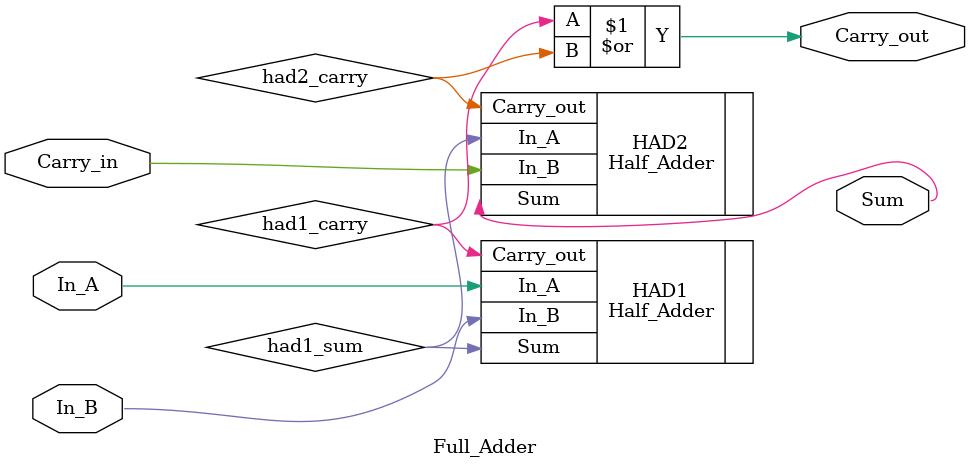
<source format=v>
`timescale 1ns / 1ps

module Full_Adder(
    In_A, In_B, Carry_in, Sum, Carry_out
    );
    input In_A, In_B, Carry_in;
    output Sum, Carry_out;

    
	// implement full adder circuit, your code starts from here.
	// use half adder in this module, fulfill I/O ports connection.
	wire had1_sum;
    wire had1_carry;
    wire had2_carry;

    Half_Adder HAD1 (
        .In_A(In_A),
        .In_B(In_B),
        .Sum(had1_sum),
        .Carry_out(had1_carry)
    );
    Half_Adder HAD2 (
        .In_A(had1_sum),
        .In_B(Carry_in),
        .Sum(Sum),
        .Carry_out(had2_carry)
    );  
    
   or(Carry_out, had1_carry, had2_carry); 
    
endmodule

</source>
